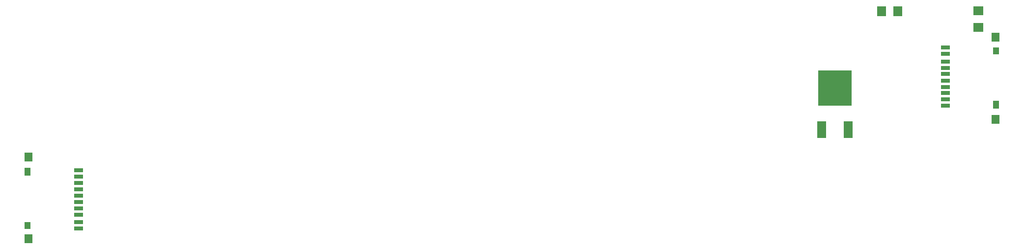
<source format=gtp>
G75*
G70*
%OFA0B0*%
%FSLAX24Y24*%
%IPPOS*%
%LPD*%
%AMOC8*
5,1,8,0,0,1.08239X$1,22.5*
%
%ADD10R,0.0531X0.0591*%
%ADD11R,0.0394X0.0551*%
%ADD12R,0.0394X0.0512*%
%ADD13R,0.0591X0.0295*%
%ADD14R,0.2283X0.2441*%
%ADD15R,0.0630X0.1181*%
%ADD16R,0.0710X0.0630*%
%ADD17R,0.0630X0.0710*%
D10*
X004456Y012828D03*
X004436Y018399D03*
X070089Y020974D03*
X070069Y026545D03*
D11*
X070128Y021968D03*
X004397Y017404D03*
D12*
X004397Y013733D03*
X070128Y025639D03*
D13*
X066674Y025422D03*
X066674Y025856D03*
X066674Y024911D03*
X066674Y024478D03*
X066674Y024045D03*
X066674Y023611D03*
X066674Y023178D03*
X066674Y022745D03*
X066674Y022312D03*
X066674Y021879D03*
X007851Y017493D03*
X007851Y017060D03*
X007851Y016627D03*
X007851Y016194D03*
X007851Y015761D03*
X007851Y015328D03*
X007851Y014895D03*
X007851Y014462D03*
X007851Y013950D03*
X007851Y013517D03*
D14*
X059182Y023081D03*
D15*
X058285Y020254D03*
X060080Y020254D03*
D16*
X068912Y027226D03*
X068912Y028346D03*
D17*
X063452Y028336D03*
X062333Y028336D03*
M02*

</source>
